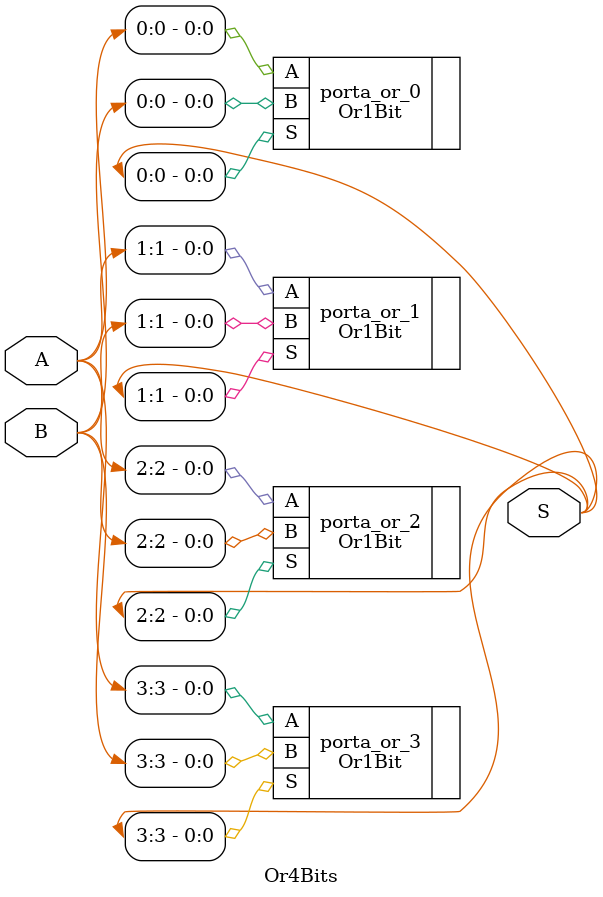
<source format=v>
module Or4Bits (
    output [3:0] S, // O vetor de resultante.
    input [3:0] A,
    input [3:0] B
);

    // A implementação usa 4 instâncias do módulo Or1Bit, uma para cada par de bits.
    // S[0] = A[0] OR B[0]
    Or1Bit porta_or_0 (
        .S(S[0]),
        .A(A[0]),
        .B(B[0])
    );

    // S[1] = A[1] OR B[1]
    Or1Bit porta_or_1 (
        .S(S[1]),
        .A(A[1]),
        .B(B[1])
    );

    // S[2] = A[2] OR B[2]
    Or1Bit porta_or_2 (
        .S(S[2]),
        .A(A[2]),
        .B(B[2])
    );

    // S[3] = A[3] OR B[3]
    Or1Bit porta_or_3 (
        .S(S[3]),
        .A(A[3]),
        .B(B[3])
    );

endmodule
</source>
